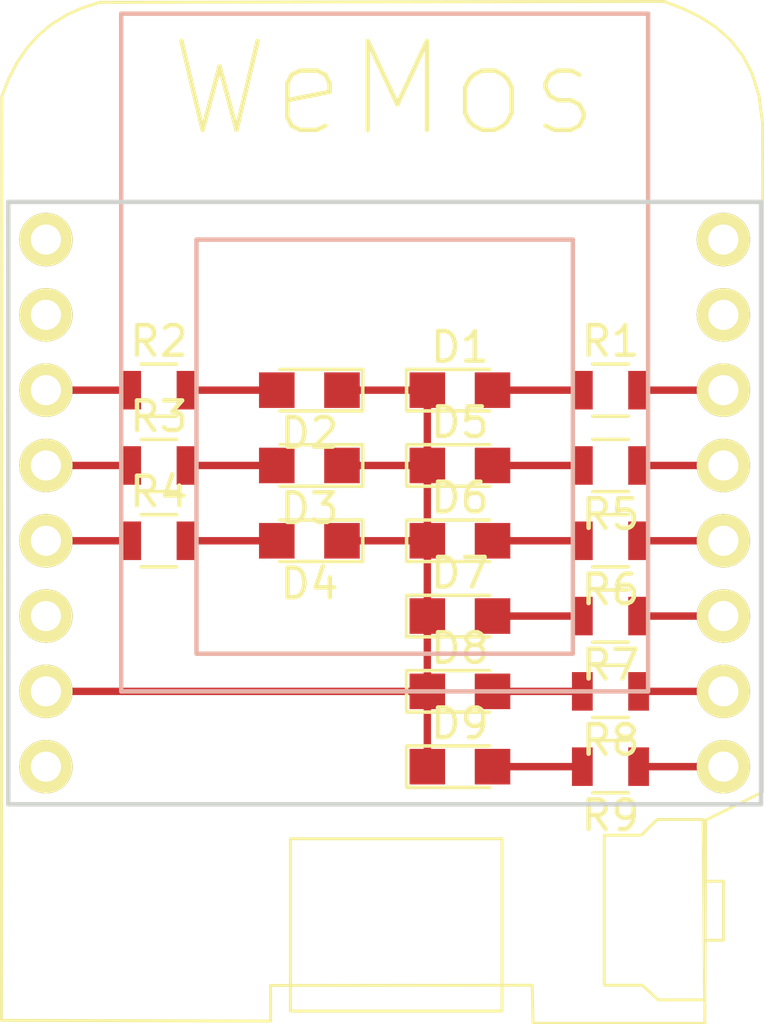
<source format=kicad_pcb>
(kicad_pcb (version 20170123) (host pcbnew no-vcs-found-996bcdf~58~ubuntu16.04.1)

  (general
    (links 27)
    (no_connects 0)
    (area 33.809806 28.2525 60.016027 68.1625)
    (thickness 1.6)
    (drawings 4)
    (tracks 27)
    (zones 0)
    (modules 19)
    (nets 26)
  )

  (page A4)
  (layers
    (0 F.Cu signal)
    (31 B.Cu signal hide)
    (32 B.Adhes user hide)
    (33 F.Adhes user hide)
    (34 B.Paste user hide)
    (35 F.Paste user hide)
    (36 B.SilkS user hide)
    (37 F.SilkS user hide)
    (38 B.Mask user hide)
    (39 F.Mask user hide)
    (40 Dwgs.User user hide)
    (41 Cmts.User user hide)
    (42 Eco1.User user hide)
    (43 Eco2.User user hide)
    (44 Edge.Cuts user hide)
    (45 Margin user hide)
    (46 B.CrtYd user hide)
    (47 F.CrtYd user hide)
    (48 B.Fab user hide)
    (49 F.Fab user hide)
  )

  (setup
    (last_trace_width 0.25)
    (trace_clearance 0.2)
    (zone_clearance 0.508)
    (zone_45_only no)
    (trace_min 0.2)
    (segment_width 0.2)
    (edge_width 0.15)
    (via_size 0.8)
    (via_drill 0.4)
    (via_min_size 0.4)
    (via_min_drill 0.3)
    (uvia_size 0.3)
    (uvia_drill 0.1)
    (uvias_allowed no)
    (uvia_min_size 0.2)
    (uvia_min_drill 0.1)
    (pcb_text_width 0.3)
    (pcb_text_size 1.5 1.5)
    (mod_edge_width 0.15)
    (mod_text_size 1 1)
    (mod_text_width 0.15)
    (pad_size 1.524 1.524)
    (pad_drill 0.762)
    (pad_to_mask_clearance 0.2)
    (aux_axis_origin 0 0)
    (visible_elements FFFFFF7F)
    (pcbplotparams
      (layerselection 0x00030_ffffffff)
      (usegerberextensions false)
      (excludeedgelayer true)
      (linewidth 0.100000)
      (plotframeref false)
      (viasonmask false)
      (mode 1)
      (useauxorigin false)
      (hpglpennumber 1)
      (hpglpenspeed 20)
      (hpglpendiameter 15)
      (psnegative false)
      (psa4output false)
      (plotreference true)
      (plotvalue true)
      (plotinvisibletext false)
      (padsonsilk false)
      (subtractmaskfromsilk false)
      (outputformat 1)
      (mirror false)
      (drillshape 1)
      (scaleselection 1)
      (outputdirectory ""))
  )

  (net 0 "")
  (net 1 /GND)
  (net 2 "Net-(D1-Pad2)")
  (net 3 "Net-(D2-Pad2)")
  (net 4 "Net-(D3-Pad2)")
  (net 5 "Net-(D4-Pad2)")
  (net 6 "Net-(D5-Pad2)")
  (net 7 "Net-(D6-Pad2)")
  (net 8 "Net-(D7-Pad2)")
  (net 9 "Net-(D8-Pad2)")
  (net 10 "Net-(D9-Pad2)")
  (net 11 "Net-(R1-Pad2)")
  (net 12 "Net-(R2-Pad1)")
  (net 13 "Net-(R3-Pad1)")
  (net 14 "Net-(R4-Pad1)")
  (net 15 "Net-(R5-Pad1)")
  (net 16 "Net-(R6-Pad1)")
  (net 17 "Net-(R7-Pad1)")
  (net 18 "Net-(R8-Pad1)")
  (net 19 "Net-(R9-Pad1)")
  (net 20 "Net-(U1-Pad8)")
  (net 21 "Net-(U1-Pad7)")
  (net 22 "Net-(U1-Pad3)")
  (net 23 "Net-(U1-Pad1)")
  (net 24 "Net-(U1-Pad10)")
  (net 25 "Net-(U1-Pad9)")

  (net_class Default "This is the default net class."
    (clearance 0.2)
    (trace_width 0.25)
    (via_dia 0.8)
    (via_drill 0.4)
    (uvia_dia 0.3)
    (uvia_drill 0.1)
    (add_net /GND)
    (add_net "Net-(D1-Pad2)")
    (add_net "Net-(D2-Pad2)")
    (add_net "Net-(D3-Pad2)")
    (add_net "Net-(D4-Pad2)")
    (add_net "Net-(D5-Pad2)")
    (add_net "Net-(D6-Pad2)")
    (add_net "Net-(D7-Pad2)")
    (add_net "Net-(D8-Pad2)")
    (add_net "Net-(D9-Pad2)")
    (add_net "Net-(R1-Pad2)")
    (add_net "Net-(R2-Pad1)")
    (add_net "Net-(R3-Pad1)")
    (add_net "Net-(R4-Pad1)")
    (add_net "Net-(R5-Pad1)")
    (add_net "Net-(R6-Pad1)")
    (add_net "Net-(R7-Pad1)")
    (add_net "Net-(R8-Pad1)")
    (add_net "Net-(R9-Pad1)")
    (add_net "Net-(U1-Pad1)")
    (add_net "Net-(U1-Pad10)")
    (add_net "Net-(U1-Pad3)")
    (add_net "Net-(U1-Pad7)")
    (add_net "Net-(U1-Pad8)")
    (add_net "Net-(U1-Pad9)")
  )

  (module wemos_d1_mini:D1_mini_board (layer F.Cu) (tedit 5766F65E) (tstamp 59484126)
    (at 46.99 48.26)
    (path /5944874C)
    (fp_text reference U1 (at 1.27 18.81) (layer F.SilkS)
      (effects (font (size 1 1) (thickness 0.15)))
    )
    (fp_text value WeMos_mini (at 1.27 -19.05) (layer F.Fab)
      (effects (font (size 1 1) (thickness 0.15)))
    )
    (fp_text user WeMos (at 0 -15.24) (layer F.SilkS)
      (effects (font (size 3 3) (thickness 0.15)))
    )
    (fp_line (start -6.35 3.81) (end -6.35 -10.16) (layer B.SilkS) (width 0.15))
    (fp_line (start -6.35 -10.16) (end 6.35 -10.16) (layer B.SilkS) (width 0.15))
    (fp_line (start 6.35 -10.16) (end 6.35 3.81) (layer B.SilkS) (width 0.15))
    (fp_line (start 6.35 3.81) (end -6.35 3.81) (layer B.SilkS) (width 0.15))
    (fp_line (start -8.89 5.08) (end 8.89 5.08) (layer B.SilkS) (width 0.15))
    (fp_line (start 8.89 5.08) (end 8.89 -17.78) (layer B.SilkS) (width 0.15))
    (fp_line (start 8.89 -17.78) (end -8.89 -17.78) (layer B.SilkS) (width 0.15))
    (fp_line (start -8.89 -17.78) (end -8.89 5.08) (layer B.SilkS) (width 0.15))
    (fp_line (start 10.817472 16.277228) (end 5.00618 16.277228) (layer F.SilkS) (width 0.1))
    (fp_line (start 5.00618 16.277228) (end 4.979849 14.993795) (layer F.SilkS) (width 0.1))
    (fp_line (start 4.979849 14.993795) (end -3.851373 15.000483) (layer F.SilkS) (width 0.1))
    (fp_line (start -3.851373 15.000483) (end -3.849397 16.202736) (layer F.SilkS) (width 0.1))
    (fp_line (start -3.849397 16.202736) (end -12.930193 16.176658) (layer F.SilkS) (width 0.1))
    (fp_line (start -12.930193 16.176658) (end -12.916195 -14.993493) (layer F.SilkS) (width 0.1))
    (fp_line (start -12.916195 -14.993493) (end -12.683384 -15.596286) (layer F.SilkS) (width 0.1))
    (fp_line (start -12.683384 -15.596286) (end -12.399901 -16.141167) (layer F.SilkS) (width 0.1))
    (fp_line (start -12.399901 -16.141167) (end -12.065253 -16.627577) (layer F.SilkS) (width 0.1))
    (fp_line (start -12.065253 -16.627577) (end -11.678953 -17.054952) (layer F.SilkS) (width 0.1))
    (fp_line (start -11.678953 -17.054952) (end -11.240512 -17.422741) (layer F.SilkS) (width 0.1))
    (fp_line (start -11.240512 -17.422741) (end -10.74944 -17.730377) (layer F.SilkS) (width 0.1))
    (fp_line (start -10.74944 -17.730377) (end -10.20525 -17.97731) (layer F.SilkS) (width 0.1))
    (fp_line (start -10.20525 -17.97731) (end -9.607453 -18.162976) (layer F.SilkS) (width 0.1))
    (fp_line (start -9.607453 -18.162976) (end 9.43046 -18.191734) (layer F.SilkS) (width 0.1))
    (fp_line (start 9.43046 -18.191734) (end 10.049824 -17.957741) (layer F.SilkS) (width 0.1))
    (fp_line (start 10.049824 -17.957741) (end 10.638018 -17.673258) (layer F.SilkS) (width 0.1))
    (fp_line (start 10.638018 -17.673258) (end 11.181445 -17.323743) (layer F.SilkS) (width 0.1))
    (fp_line (start 11.181445 -17.323743) (end 11.666503 -16.894658) (layer F.SilkS) (width 0.1))
    (fp_line (start 11.666503 -16.894658) (end 12.079595 -16.37146) (layer F.SilkS) (width 0.1))
    (fp_line (start 12.079595 -16.37146) (end 12.407122 -15.739613) (layer F.SilkS) (width 0.1))
    (fp_line (start 12.407122 -15.739613) (end 12.635482 -14.984575) (layer F.SilkS) (width 0.1))
    (fp_line (start 12.635482 -14.984575) (end 12.751078 -14.091807) (layer F.SilkS) (width 0.1))
    (fp_line (start 12.751078 -14.091807) (end 12.776026 8.463285) (layer F.SilkS) (width 0.1))
    (fp_line (start 12.776026 8.463285) (end 10.83248 9.424181) (layer F.SilkS) (width 0.1))
    (fp_line (start 10.83248 9.424181) (end 10.802686 16.232524) (layer F.SilkS) (width 0.1))
    (fp_line (start -3.17965 10.051451) (end 3.959931 10.051451) (layer F.SilkS) (width 0.1))
    (fp_line (start 3.959931 10.051451) (end 3.959931 15.865188) (layer F.SilkS) (width 0.1))
    (fp_line (start 3.959931 15.865188) (end -3.17965 15.865188) (layer F.SilkS) (width 0.1))
    (fp_line (start -3.17965 15.865188) (end -3.17965 10.051451) (layer F.SilkS) (width 0.1))
    (fp_line (start 10.7436 9.402349) (end 9.191378 9.402349) (layer F.SilkS) (width 0.1))
    (fp_line (start 9.191378 9.402349) (end 8.662211 9.931515) (layer F.SilkS) (width 0.1))
    (fp_line (start 8.662211 9.931515) (end 7.40985 9.931515) (layer F.SilkS) (width 0.1))
    (fp_line (start 7.40985 9.931515) (end 7.40985 14.993876) (layer F.SilkS) (width 0.1))
    (fp_line (start 7.40985 14.993876) (end 8.697489 14.993876) (layer F.SilkS) (width 0.1))
    (fp_line (start 8.697489 14.993876) (end 9.226656 15.487765) (layer F.SilkS) (width 0.1))
    (fp_line (start 9.226656 15.487765) (end 10.796517 15.487765) (layer F.SilkS) (width 0.1))
    (fp_line (start 10.796517 15.487765) (end 10.7436 9.402349) (layer F.SilkS) (width 0.1))
    (fp_line (start 10.778878 11.483738) (end 11.431517 11.483738) (layer F.SilkS) (width 0.1))
    (fp_line (start 11.431517 11.483738) (end 11.431517 13.476932) (layer F.SilkS) (width 0.1))
    (fp_line (start 11.431517 13.476932) (end 10.814156 13.476932) (layer F.SilkS) (width 0.1))
    (pad 8 thru_hole circle (at -11.43 -10.16) (size 1.8 1.8) (drill 1.016) (layers *.Cu *.Mask F.SilkS)
      (net 20 "Net-(U1-Pad8)"))
    (pad 7 thru_hole circle (at -11.43 -7.62) (size 1.8 1.8) (drill 1.016) (layers *.Cu *.Mask F.SilkS)
      (net 21 "Net-(U1-Pad7)"))
    (pad 6 thru_hole circle (at -11.43 -5.08) (size 1.8 1.8) (drill 1.016) (layers *.Cu *.Mask F.SilkS)
      (net 12 "Net-(R2-Pad1)"))
    (pad 5 thru_hole circle (at -11.43 -2.54) (size 1.8 1.8) (drill 1.016) (layers *.Cu *.Mask F.SilkS)
      (net 13 "Net-(R3-Pad1)"))
    (pad 4 thru_hole circle (at -11.43 0) (size 1.8 1.8) (drill 1.016) (layers *.Cu *.Mask F.SilkS)
      (net 14 "Net-(R4-Pad1)"))
    (pad 3 thru_hole circle (at -11.43 2.54) (size 1.8 1.8) (drill 1.016) (layers *.Cu *.Mask F.SilkS)
      (net 22 "Net-(U1-Pad3)"))
    (pad 2 thru_hole circle (at -11.43 5.08) (size 1.8 1.8) (drill 1.016) (layers *.Cu *.Mask F.SilkS)
      (net 1 /GND))
    (pad 1 thru_hole circle (at -11.43 7.62) (size 1.8 1.8) (drill 1.016) (layers *.Cu *.Mask F.SilkS)
      (net 23 "Net-(U1-Pad1)"))
    (pad 16 thru_hole circle (at 11.43 7.62) (size 1.8 1.8) (drill 1.016) (layers *.Cu *.Mask F.SilkS)
      (net 19 "Net-(R9-Pad1)"))
    (pad 15 thru_hole circle (at 11.43 5.08) (size 1.8 1.8) (drill 1.016) (layers *.Cu *.Mask F.SilkS)
      (net 18 "Net-(R8-Pad1)"))
    (pad 14 thru_hole circle (at 11.43 2.54) (size 1.8 1.8) (drill 1.016) (layers *.Cu *.Mask F.SilkS)
      (net 17 "Net-(R7-Pad1)"))
    (pad 13 thru_hole circle (at 11.43 0) (size 1.8 1.8) (drill 1.016) (layers *.Cu *.Mask F.SilkS)
      (net 16 "Net-(R6-Pad1)"))
    (pad 12 thru_hole circle (at 11.43 -2.54) (size 1.8 1.8) (drill 1.016) (layers *.Cu *.Mask F.SilkS)
      (net 15 "Net-(R5-Pad1)"))
    (pad 11 thru_hole circle (at 11.43 -5.08) (size 1.8 1.8) (drill 1.016) (layers *.Cu *.Mask F.SilkS)
      (net 11 "Net-(R1-Pad2)"))
    (pad 10 thru_hole circle (at 11.43 -7.62) (size 1.8 1.8) (drill 1.016) (layers *.Cu *.Mask F.SilkS)
      (net 24 "Net-(U1-Pad10)"))
    (pad 9 thru_hole circle (at 11.43 -10.16) (size 1.8 1.8) (drill 1.016) (layers *.Cu *.Mask F.SilkS)
      (net 25 "Net-(U1-Pad9)"))
  )

  (module LEDs:LED_0805 (layer F.Cu) (tedit 57FE93EC) (tstamp 59483F9F)
    (at 49.53 43.18)
    (descr "LED 0805 smd package")
    (tags "LED led 0805 SMD smd SMT smt smdled SMDLED smtled SMTLED")
    (path /59448B6E)
    (attr smd)
    (fp_text reference D1 (at 0 -1.45) (layer F.SilkS)
      (effects (font (size 1 1) (thickness 0.15)))
    )
    (fp_text value LED (at 0 1.55) (layer F.Fab)
      (effects (font (size 1 1) (thickness 0.15)))
    )
    (fp_line (start -1.95 -0.85) (end 1.95 -0.85) (layer F.CrtYd) (width 0.05))
    (fp_line (start -1.95 0.85) (end -1.95 -0.85) (layer F.CrtYd) (width 0.05))
    (fp_line (start 1.95 0.85) (end -1.95 0.85) (layer F.CrtYd) (width 0.05))
    (fp_line (start 1.95 -0.85) (end 1.95 0.85) (layer F.CrtYd) (width 0.05))
    (fp_line (start -1.8 -0.7) (end 1 -0.7) (layer F.SilkS) (width 0.12))
    (fp_line (start -1.8 0.7) (end 1 0.7) (layer F.SilkS) (width 0.12))
    (fp_line (start -1 0.6) (end -1 -0.6) (layer F.Fab) (width 0.1))
    (fp_line (start -1 -0.6) (end 1 -0.6) (layer F.Fab) (width 0.1))
    (fp_line (start 1 -0.6) (end 1 0.6) (layer F.Fab) (width 0.1))
    (fp_line (start 1 0.6) (end -1 0.6) (layer F.Fab) (width 0.1))
    (fp_line (start 0.2 -0.4) (end 0.2 0.4) (layer F.Fab) (width 0.1))
    (fp_line (start 0.2 0.4) (end -0.4 0) (layer F.Fab) (width 0.1))
    (fp_line (start -0.4 0) (end 0.2 -0.4) (layer F.Fab) (width 0.1))
    (fp_line (start -0.4 -0.4) (end -0.4 0.4) (layer F.Fab) (width 0.1))
    (fp_line (start -1.8 -0.7) (end -1.8 0.7) (layer F.SilkS) (width 0.12))
    (pad 1 smd rect (at -1.1 0 180) (size 1.2 1.2) (layers F.Cu F.Paste F.Mask)
      (net 1 /GND))
    (pad 2 smd rect (at 1.1 0 180) (size 1.2 1.2) (layers F.Cu F.Paste F.Mask)
      (net 2 "Net-(D1-Pad2)"))
    (model LEDs.3dshapes/LED_0805.wrl
      (at (xyz 0 0 0))
      (scale (xyz 1 1 1))
      (rotate (xyz 0 0 180))
    )
  )

  (module LEDs:LED_0805 (layer F.Cu) (tedit 57FE93EC) (tstamp 59483FB4)
    (at 44.45 43.18 180)
    (descr "LED 0805 smd package")
    (tags "LED led 0805 SMD smd SMT smt smdled SMDLED smtled SMTLED")
    (path /59448C4F)
    (attr smd)
    (fp_text reference D2 (at 0 -1.45 180) (layer F.SilkS)
      (effects (font (size 1 1) (thickness 0.15)))
    )
    (fp_text value LED (at 0 1.55 180) (layer F.Fab)
      (effects (font (size 1 1) (thickness 0.15)))
    )
    (fp_line (start -1.8 -0.7) (end -1.8 0.7) (layer F.SilkS) (width 0.12))
    (fp_line (start -0.4 -0.4) (end -0.4 0.4) (layer F.Fab) (width 0.1))
    (fp_line (start -0.4 0) (end 0.2 -0.4) (layer F.Fab) (width 0.1))
    (fp_line (start 0.2 0.4) (end -0.4 0) (layer F.Fab) (width 0.1))
    (fp_line (start 0.2 -0.4) (end 0.2 0.4) (layer F.Fab) (width 0.1))
    (fp_line (start 1 0.6) (end -1 0.6) (layer F.Fab) (width 0.1))
    (fp_line (start 1 -0.6) (end 1 0.6) (layer F.Fab) (width 0.1))
    (fp_line (start -1 -0.6) (end 1 -0.6) (layer F.Fab) (width 0.1))
    (fp_line (start -1 0.6) (end -1 -0.6) (layer F.Fab) (width 0.1))
    (fp_line (start -1.8 0.7) (end 1 0.7) (layer F.SilkS) (width 0.12))
    (fp_line (start -1.8 -0.7) (end 1 -0.7) (layer F.SilkS) (width 0.12))
    (fp_line (start 1.95 -0.85) (end 1.95 0.85) (layer F.CrtYd) (width 0.05))
    (fp_line (start 1.95 0.85) (end -1.95 0.85) (layer F.CrtYd) (width 0.05))
    (fp_line (start -1.95 0.85) (end -1.95 -0.85) (layer F.CrtYd) (width 0.05))
    (fp_line (start -1.95 -0.85) (end 1.95 -0.85) (layer F.CrtYd) (width 0.05))
    (pad 2 smd rect (at 1.1 0) (size 1.2 1.2) (layers F.Cu F.Paste F.Mask)
      (net 3 "Net-(D2-Pad2)"))
    (pad 1 smd rect (at -1.1 0) (size 1.2 1.2) (layers F.Cu F.Paste F.Mask)
      (net 1 /GND))
    (model LEDs.3dshapes/LED_0805.wrl
      (at (xyz 0 0 0))
      (scale (xyz 1 1 1))
      (rotate (xyz 0 0 180))
    )
  )

  (module LEDs:LED_0805 (layer F.Cu) (tedit 57FE93EC) (tstamp 59483FC9)
    (at 44.45 45.72 180)
    (descr "LED 0805 smd package")
    (tags "LED led 0805 SMD smd SMT smt smdled SMDLED smtled SMTLED")
    (path /59448C9A)
    (attr smd)
    (fp_text reference D3 (at 0 -1.45 180) (layer F.SilkS)
      (effects (font (size 1 1) (thickness 0.15)))
    )
    (fp_text value LED (at 0 1.55 180) (layer F.Fab)
      (effects (font (size 1 1) (thickness 0.15)))
    )
    (fp_line (start -1.95 -0.85) (end 1.95 -0.85) (layer F.CrtYd) (width 0.05))
    (fp_line (start -1.95 0.85) (end -1.95 -0.85) (layer F.CrtYd) (width 0.05))
    (fp_line (start 1.95 0.85) (end -1.95 0.85) (layer F.CrtYd) (width 0.05))
    (fp_line (start 1.95 -0.85) (end 1.95 0.85) (layer F.CrtYd) (width 0.05))
    (fp_line (start -1.8 -0.7) (end 1 -0.7) (layer F.SilkS) (width 0.12))
    (fp_line (start -1.8 0.7) (end 1 0.7) (layer F.SilkS) (width 0.12))
    (fp_line (start -1 0.6) (end -1 -0.6) (layer F.Fab) (width 0.1))
    (fp_line (start -1 -0.6) (end 1 -0.6) (layer F.Fab) (width 0.1))
    (fp_line (start 1 -0.6) (end 1 0.6) (layer F.Fab) (width 0.1))
    (fp_line (start 1 0.6) (end -1 0.6) (layer F.Fab) (width 0.1))
    (fp_line (start 0.2 -0.4) (end 0.2 0.4) (layer F.Fab) (width 0.1))
    (fp_line (start 0.2 0.4) (end -0.4 0) (layer F.Fab) (width 0.1))
    (fp_line (start -0.4 0) (end 0.2 -0.4) (layer F.Fab) (width 0.1))
    (fp_line (start -0.4 -0.4) (end -0.4 0.4) (layer F.Fab) (width 0.1))
    (fp_line (start -1.8 -0.7) (end -1.8 0.7) (layer F.SilkS) (width 0.12))
    (pad 1 smd rect (at -1.1 0) (size 1.2 1.2) (layers F.Cu F.Paste F.Mask)
      (net 1 /GND))
    (pad 2 smd rect (at 1.1 0) (size 1.2 1.2) (layers F.Cu F.Paste F.Mask)
      (net 4 "Net-(D3-Pad2)"))
    (model LEDs.3dshapes/LED_0805.wrl
      (at (xyz 0 0 0))
      (scale (xyz 1 1 1))
      (rotate (xyz 0 0 180))
    )
  )

  (module LEDs:LED_0805 (layer F.Cu) (tedit 57FE93EC) (tstamp 59483FDE)
    (at 44.45 48.26 180)
    (descr "LED 0805 smd package")
    (tags "LED led 0805 SMD smd SMT smt smdled SMDLED smtled SMTLED")
    (path /59448CC5)
    (attr smd)
    (fp_text reference D4 (at 0 -1.45 180) (layer F.SilkS)
      (effects (font (size 1 1) (thickness 0.15)))
    )
    (fp_text value LED (at 0 1.55 180) (layer F.Fab)
      (effects (font (size 1 1) (thickness 0.15)))
    )
    (fp_line (start -1.8 -0.7) (end -1.8 0.7) (layer F.SilkS) (width 0.12))
    (fp_line (start -0.4 -0.4) (end -0.4 0.4) (layer F.Fab) (width 0.1))
    (fp_line (start -0.4 0) (end 0.2 -0.4) (layer F.Fab) (width 0.1))
    (fp_line (start 0.2 0.4) (end -0.4 0) (layer F.Fab) (width 0.1))
    (fp_line (start 0.2 -0.4) (end 0.2 0.4) (layer F.Fab) (width 0.1))
    (fp_line (start 1 0.6) (end -1 0.6) (layer F.Fab) (width 0.1))
    (fp_line (start 1 -0.6) (end 1 0.6) (layer F.Fab) (width 0.1))
    (fp_line (start -1 -0.6) (end 1 -0.6) (layer F.Fab) (width 0.1))
    (fp_line (start -1 0.6) (end -1 -0.6) (layer F.Fab) (width 0.1))
    (fp_line (start -1.8 0.7) (end 1 0.7) (layer F.SilkS) (width 0.12))
    (fp_line (start -1.8 -0.7) (end 1 -0.7) (layer F.SilkS) (width 0.12))
    (fp_line (start 1.95 -0.85) (end 1.95 0.85) (layer F.CrtYd) (width 0.05))
    (fp_line (start 1.95 0.85) (end -1.95 0.85) (layer F.CrtYd) (width 0.05))
    (fp_line (start -1.95 0.85) (end -1.95 -0.85) (layer F.CrtYd) (width 0.05))
    (fp_line (start -1.95 -0.85) (end 1.95 -0.85) (layer F.CrtYd) (width 0.05))
    (pad 2 smd rect (at 1.1 0) (size 1.2 1.2) (layers F.Cu F.Paste F.Mask)
      (net 5 "Net-(D4-Pad2)"))
    (pad 1 smd rect (at -1.1 0) (size 1.2 1.2) (layers F.Cu F.Paste F.Mask)
      (net 1 /GND))
    (model LEDs.3dshapes/LED_0805.wrl
      (at (xyz 0 0 0))
      (scale (xyz 1 1 1))
      (rotate (xyz 0 0 180))
    )
  )

  (module LEDs:LED_0805 (layer F.Cu) (tedit 57FE93EC) (tstamp 59483FF3)
    (at 49.53 45.72)
    (descr "LED 0805 smd package")
    (tags "LED led 0805 SMD smd SMT smt smdled SMDLED smtled SMTLED")
    (path /59448CFA)
    (attr smd)
    (fp_text reference D5 (at 0 -1.45) (layer F.SilkS)
      (effects (font (size 1 1) (thickness 0.15)))
    )
    (fp_text value LED (at 0 1.55) (layer F.Fab)
      (effects (font (size 1 1) (thickness 0.15)))
    )
    (fp_line (start -1.95 -0.85) (end 1.95 -0.85) (layer F.CrtYd) (width 0.05))
    (fp_line (start -1.95 0.85) (end -1.95 -0.85) (layer F.CrtYd) (width 0.05))
    (fp_line (start 1.95 0.85) (end -1.95 0.85) (layer F.CrtYd) (width 0.05))
    (fp_line (start 1.95 -0.85) (end 1.95 0.85) (layer F.CrtYd) (width 0.05))
    (fp_line (start -1.8 -0.7) (end 1 -0.7) (layer F.SilkS) (width 0.12))
    (fp_line (start -1.8 0.7) (end 1 0.7) (layer F.SilkS) (width 0.12))
    (fp_line (start -1 0.6) (end -1 -0.6) (layer F.Fab) (width 0.1))
    (fp_line (start -1 -0.6) (end 1 -0.6) (layer F.Fab) (width 0.1))
    (fp_line (start 1 -0.6) (end 1 0.6) (layer F.Fab) (width 0.1))
    (fp_line (start 1 0.6) (end -1 0.6) (layer F.Fab) (width 0.1))
    (fp_line (start 0.2 -0.4) (end 0.2 0.4) (layer F.Fab) (width 0.1))
    (fp_line (start 0.2 0.4) (end -0.4 0) (layer F.Fab) (width 0.1))
    (fp_line (start -0.4 0) (end 0.2 -0.4) (layer F.Fab) (width 0.1))
    (fp_line (start -0.4 -0.4) (end -0.4 0.4) (layer F.Fab) (width 0.1))
    (fp_line (start -1.8 -0.7) (end -1.8 0.7) (layer F.SilkS) (width 0.12))
    (pad 1 smd rect (at -1.1 0 180) (size 1.2 1.2) (layers F.Cu F.Paste F.Mask)
      (net 1 /GND))
    (pad 2 smd rect (at 1.1 0 180) (size 1.2 1.2) (layers F.Cu F.Paste F.Mask)
      (net 6 "Net-(D5-Pad2)"))
    (model LEDs.3dshapes/LED_0805.wrl
      (at (xyz 0 0 0))
      (scale (xyz 1 1 1))
      (rotate (xyz 0 0 180))
    )
  )

  (module LEDs:LED_0805 (layer F.Cu) (tedit 57FE93EC) (tstamp 59484008)
    (at 49.53 48.26)
    (descr "LED 0805 smd package")
    (tags "LED led 0805 SMD smd SMT smt smdled SMDLED smtled SMTLED")
    (path /59448D29)
    (attr smd)
    (fp_text reference D6 (at 0 -1.45) (layer F.SilkS)
      (effects (font (size 1 1) (thickness 0.15)))
    )
    (fp_text value LED (at 0 1.55) (layer F.Fab)
      (effects (font (size 1 1) (thickness 0.15)))
    )
    (fp_line (start -1.8 -0.7) (end -1.8 0.7) (layer F.SilkS) (width 0.12))
    (fp_line (start -0.4 -0.4) (end -0.4 0.4) (layer F.Fab) (width 0.1))
    (fp_line (start -0.4 0) (end 0.2 -0.4) (layer F.Fab) (width 0.1))
    (fp_line (start 0.2 0.4) (end -0.4 0) (layer F.Fab) (width 0.1))
    (fp_line (start 0.2 -0.4) (end 0.2 0.4) (layer F.Fab) (width 0.1))
    (fp_line (start 1 0.6) (end -1 0.6) (layer F.Fab) (width 0.1))
    (fp_line (start 1 -0.6) (end 1 0.6) (layer F.Fab) (width 0.1))
    (fp_line (start -1 -0.6) (end 1 -0.6) (layer F.Fab) (width 0.1))
    (fp_line (start -1 0.6) (end -1 -0.6) (layer F.Fab) (width 0.1))
    (fp_line (start -1.8 0.7) (end 1 0.7) (layer F.SilkS) (width 0.12))
    (fp_line (start -1.8 -0.7) (end 1 -0.7) (layer F.SilkS) (width 0.12))
    (fp_line (start 1.95 -0.85) (end 1.95 0.85) (layer F.CrtYd) (width 0.05))
    (fp_line (start 1.95 0.85) (end -1.95 0.85) (layer F.CrtYd) (width 0.05))
    (fp_line (start -1.95 0.85) (end -1.95 -0.85) (layer F.CrtYd) (width 0.05))
    (fp_line (start -1.95 -0.85) (end 1.95 -0.85) (layer F.CrtYd) (width 0.05))
    (pad 2 smd rect (at 1.1 0 180) (size 1.2 1.2) (layers F.Cu F.Paste F.Mask)
      (net 7 "Net-(D6-Pad2)"))
    (pad 1 smd rect (at -1.1 0 180) (size 1.2 1.2) (layers F.Cu F.Paste F.Mask)
      (net 1 /GND))
    (model LEDs.3dshapes/LED_0805.wrl
      (at (xyz 0 0 0))
      (scale (xyz 1 1 1))
      (rotate (xyz 0 0 180))
    )
  )

  (module LEDs:LED_0805 (layer F.Cu) (tedit 57FE93EC) (tstamp 5948401D)
    (at 49.53 50.8)
    (descr "LED 0805 smd package")
    (tags "LED led 0805 SMD smd SMT smt smdled SMDLED smtled SMTLED")
    (path /59448D5A)
    (attr smd)
    (fp_text reference D7 (at 0 -1.45) (layer F.SilkS)
      (effects (font (size 1 1) (thickness 0.15)))
    )
    (fp_text value LED (at 0 1.55) (layer F.Fab)
      (effects (font (size 1 1) (thickness 0.15)))
    )
    (fp_line (start -1.95 -0.85) (end 1.95 -0.85) (layer F.CrtYd) (width 0.05))
    (fp_line (start -1.95 0.85) (end -1.95 -0.85) (layer F.CrtYd) (width 0.05))
    (fp_line (start 1.95 0.85) (end -1.95 0.85) (layer F.CrtYd) (width 0.05))
    (fp_line (start 1.95 -0.85) (end 1.95 0.85) (layer F.CrtYd) (width 0.05))
    (fp_line (start -1.8 -0.7) (end 1 -0.7) (layer F.SilkS) (width 0.12))
    (fp_line (start -1.8 0.7) (end 1 0.7) (layer F.SilkS) (width 0.12))
    (fp_line (start -1 0.6) (end -1 -0.6) (layer F.Fab) (width 0.1))
    (fp_line (start -1 -0.6) (end 1 -0.6) (layer F.Fab) (width 0.1))
    (fp_line (start 1 -0.6) (end 1 0.6) (layer F.Fab) (width 0.1))
    (fp_line (start 1 0.6) (end -1 0.6) (layer F.Fab) (width 0.1))
    (fp_line (start 0.2 -0.4) (end 0.2 0.4) (layer F.Fab) (width 0.1))
    (fp_line (start 0.2 0.4) (end -0.4 0) (layer F.Fab) (width 0.1))
    (fp_line (start -0.4 0) (end 0.2 -0.4) (layer F.Fab) (width 0.1))
    (fp_line (start -0.4 -0.4) (end -0.4 0.4) (layer F.Fab) (width 0.1))
    (fp_line (start -1.8 -0.7) (end -1.8 0.7) (layer F.SilkS) (width 0.12))
    (pad 1 smd rect (at -1.1 0 180) (size 1.2 1.2) (layers F.Cu F.Paste F.Mask)
      (net 1 /GND))
    (pad 2 smd rect (at 1.1 0 180) (size 1.2 1.2) (layers F.Cu F.Paste F.Mask)
      (net 8 "Net-(D7-Pad2)"))
    (model LEDs.3dshapes/LED_0805.wrl
      (at (xyz 0 0 0))
      (scale (xyz 1 1 1))
      (rotate (xyz 0 0 180))
    )
  )

  (module LEDs:LED_0805 (layer F.Cu) (tedit 57FE93EC) (tstamp 59484032)
    (at 49.53 53.34)
    (descr "LED 0805 smd package")
    (tags "LED led 0805 SMD smd SMT smt smdled SMDLED smtled SMTLED")
    (path /59448D8D)
    (attr smd)
    (fp_text reference D8 (at 0 -1.45) (layer F.SilkS)
      (effects (font (size 1 1) (thickness 0.15)))
    )
    (fp_text value LED (at 0 1.55) (layer F.Fab)
      (effects (font (size 1 1) (thickness 0.15)))
    )
    (fp_line (start -1.8 -0.7) (end -1.8 0.7) (layer F.SilkS) (width 0.12))
    (fp_line (start -0.4 -0.4) (end -0.4 0.4) (layer F.Fab) (width 0.1))
    (fp_line (start -0.4 0) (end 0.2 -0.4) (layer F.Fab) (width 0.1))
    (fp_line (start 0.2 0.4) (end -0.4 0) (layer F.Fab) (width 0.1))
    (fp_line (start 0.2 -0.4) (end 0.2 0.4) (layer F.Fab) (width 0.1))
    (fp_line (start 1 0.6) (end -1 0.6) (layer F.Fab) (width 0.1))
    (fp_line (start 1 -0.6) (end 1 0.6) (layer F.Fab) (width 0.1))
    (fp_line (start -1 -0.6) (end 1 -0.6) (layer F.Fab) (width 0.1))
    (fp_line (start -1 0.6) (end -1 -0.6) (layer F.Fab) (width 0.1))
    (fp_line (start -1.8 0.7) (end 1 0.7) (layer F.SilkS) (width 0.12))
    (fp_line (start -1.8 -0.7) (end 1 -0.7) (layer F.SilkS) (width 0.12))
    (fp_line (start 1.95 -0.85) (end 1.95 0.85) (layer F.CrtYd) (width 0.05))
    (fp_line (start 1.95 0.85) (end -1.95 0.85) (layer F.CrtYd) (width 0.05))
    (fp_line (start -1.95 0.85) (end -1.95 -0.85) (layer F.CrtYd) (width 0.05))
    (fp_line (start -1.95 -0.85) (end 1.95 -0.85) (layer F.CrtYd) (width 0.05))
    (pad 2 smd rect (at 1.1 0 180) (size 1.2 1.2) (layers F.Cu F.Paste F.Mask)
      (net 9 "Net-(D8-Pad2)"))
    (pad 1 smd rect (at -1.1 0 180) (size 1.2 1.2) (layers F.Cu F.Paste F.Mask)
      (net 1 /GND))
    (model LEDs.3dshapes/LED_0805.wrl
      (at (xyz 0 0 0))
      (scale (xyz 1 1 1))
      (rotate (xyz 0 0 180))
    )
  )

  (module LEDs:LED_0805 (layer F.Cu) (tedit 57FE93EC) (tstamp 59484047)
    (at 49.53 55.88)
    (descr "LED 0805 smd package")
    (tags "LED led 0805 SMD smd SMT smt smdled SMDLED smtled SMTLED")
    (path /5944A070)
    (attr smd)
    (fp_text reference D9 (at 0 -1.45) (layer F.SilkS)
      (effects (font (size 1 1) (thickness 0.15)))
    )
    (fp_text value LED (at 0 1.55) (layer F.Fab)
      (effects (font (size 1 1) (thickness 0.15)))
    )
    (fp_line (start -1.95 -0.85) (end 1.95 -0.85) (layer F.CrtYd) (width 0.05))
    (fp_line (start -1.95 0.85) (end -1.95 -0.85) (layer F.CrtYd) (width 0.05))
    (fp_line (start 1.95 0.85) (end -1.95 0.85) (layer F.CrtYd) (width 0.05))
    (fp_line (start 1.95 -0.85) (end 1.95 0.85) (layer F.CrtYd) (width 0.05))
    (fp_line (start -1.8 -0.7) (end 1 -0.7) (layer F.SilkS) (width 0.12))
    (fp_line (start -1.8 0.7) (end 1 0.7) (layer F.SilkS) (width 0.12))
    (fp_line (start -1 0.6) (end -1 -0.6) (layer F.Fab) (width 0.1))
    (fp_line (start -1 -0.6) (end 1 -0.6) (layer F.Fab) (width 0.1))
    (fp_line (start 1 -0.6) (end 1 0.6) (layer F.Fab) (width 0.1))
    (fp_line (start 1 0.6) (end -1 0.6) (layer F.Fab) (width 0.1))
    (fp_line (start 0.2 -0.4) (end 0.2 0.4) (layer F.Fab) (width 0.1))
    (fp_line (start 0.2 0.4) (end -0.4 0) (layer F.Fab) (width 0.1))
    (fp_line (start -0.4 0) (end 0.2 -0.4) (layer F.Fab) (width 0.1))
    (fp_line (start -0.4 -0.4) (end -0.4 0.4) (layer F.Fab) (width 0.1))
    (fp_line (start -1.8 -0.7) (end -1.8 0.7) (layer F.SilkS) (width 0.12))
    (pad 1 smd rect (at -1.1 0 180) (size 1.2 1.2) (layers F.Cu F.Paste F.Mask)
      (net 1 /GND))
    (pad 2 smd rect (at 1.1 0 180) (size 1.2 1.2) (layers F.Cu F.Paste F.Mask)
      (net 10 "Net-(D9-Pad2)"))
    (model LEDs.3dshapes/LED_0805.wrl
      (at (xyz 0 0 0))
      (scale (xyz 1 1 1))
      (rotate (xyz 0 0 180))
    )
  )

  (module Resistors_SMD:R_0805 (layer F.Cu) (tedit 58E0A804) (tstamp 59484058)
    (at 54.61 43.18)
    (descr "Resistor SMD 0805, reflow soldering, Vishay (see dcrcw.pdf)")
    (tags "resistor 0805")
    (path /59448853)
    (attr smd)
    (fp_text reference R1 (at 0 -1.65) (layer F.SilkS)
      (effects (font (size 1 1) (thickness 0.15)))
    )
    (fp_text value 300 (at 0 1.75) (layer F.Fab)
      (effects (font (size 1 1) (thickness 0.15)))
    )
    (fp_line (start 1.55 0.9) (end -1.55 0.9) (layer F.CrtYd) (width 0.05))
    (fp_line (start 1.55 0.9) (end 1.55 -0.9) (layer F.CrtYd) (width 0.05))
    (fp_line (start -1.55 -0.9) (end -1.55 0.9) (layer F.CrtYd) (width 0.05))
    (fp_line (start -1.55 -0.9) (end 1.55 -0.9) (layer F.CrtYd) (width 0.05))
    (fp_line (start -0.6 -0.88) (end 0.6 -0.88) (layer F.SilkS) (width 0.12))
    (fp_line (start 0.6 0.88) (end -0.6 0.88) (layer F.SilkS) (width 0.12))
    (fp_line (start -1 -0.62) (end 1 -0.62) (layer F.Fab) (width 0.1))
    (fp_line (start 1 -0.62) (end 1 0.62) (layer F.Fab) (width 0.1))
    (fp_line (start 1 0.62) (end -1 0.62) (layer F.Fab) (width 0.1))
    (fp_line (start -1 0.62) (end -1 -0.62) (layer F.Fab) (width 0.1))
    (fp_text user %R (at 0 0) (layer F.Fab)
      (effects (font (size 0.5 0.5) (thickness 0.075)))
    )
    (pad 2 smd rect (at 0.95 0) (size 0.7 1.3) (layers F.Cu F.Paste F.Mask)
      (net 11 "Net-(R1-Pad2)"))
    (pad 1 smd rect (at -0.95 0) (size 0.7 1.3) (layers F.Cu F.Paste F.Mask)
      (net 2 "Net-(D1-Pad2)"))
    (model ${KISYS3DMOD}/Resistors_SMD.3dshapes/R_0805.wrl
      (at (xyz 0 0 0))
      (scale (xyz 1 1 1))
      (rotate (xyz 0 0 0))
    )
  )

  (module Resistors_SMD:R_0805 (layer F.Cu) (tedit 58E0A804) (tstamp 59484069)
    (at 39.37 43.18)
    (descr "Resistor SMD 0805, reflow soldering, Vishay (see dcrcw.pdf)")
    (tags "resistor 0805")
    (path /594488B9)
    (attr smd)
    (fp_text reference R2 (at 0 -1.65) (layer F.SilkS)
      (effects (font (size 1 1) (thickness 0.15)))
    )
    (fp_text value 300 (at 0 1.75) (layer F.Fab)
      (effects (font (size 1 1) (thickness 0.15)))
    )
    (fp_text user %R (at 0 0) (layer F.Fab)
      (effects (font (size 0.5 0.5) (thickness 0.075)))
    )
    (fp_line (start -1 0.62) (end -1 -0.62) (layer F.Fab) (width 0.1))
    (fp_line (start 1 0.62) (end -1 0.62) (layer F.Fab) (width 0.1))
    (fp_line (start 1 -0.62) (end 1 0.62) (layer F.Fab) (width 0.1))
    (fp_line (start -1 -0.62) (end 1 -0.62) (layer F.Fab) (width 0.1))
    (fp_line (start 0.6 0.88) (end -0.6 0.88) (layer F.SilkS) (width 0.12))
    (fp_line (start -0.6 -0.88) (end 0.6 -0.88) (layer F.SilkS) (width 0.12))
    (fp_line (start -1.55 -0.9) (end 1.55 -0.9) (layer F.CrtYd) (width 0.05))
    (fp_line (start -1.55 -0.9) (end -1.55 0.9) (layer F.CrtYd) (width 0.05))
    (fp_line (start 1.55 0.9) (end 1.55 -0.9) (layer F.CrtYd) (width 0.05))
    (fp_line (start 1.55 0.9) (end -1.55 0.9) (layer F.CrtYd) (width 0.05))
    (pad 1 smd rect (at -0.95 0) (size 0.7 1.3) (layers F.Cu F.Paste F.Mask)
      (net 12 "Net-(R2-Pad1)"))
    (pad 2 smd rect (at 0.95 0) (size 0.7 1.3) (layers F.Cu F.Paste F.Mask)
      (net 3 "Net-(D2-Pad2)"))
    (model ${KISYS3DMOD}/Resistors_SMD.3dshapes/R_0805.wrl
      (at (xyz 0 0 0))
      (scale (xyz 1 1 1))
      (rotate (xyz 0 0 0))
    )
  )

  (module Resistors_SMD:R_0805 (layer F.Cu) (tedit 58E0A804) (tstamp 5948407A)
    (at 39.37 45.72)
    (descr "Resistor SMD 0805, reflow soldering, Vishay (see dcrcw.pdf)")
    (tags "resistor 0805")
    (path /59448905)
    (attr smd)
    (fp_text reference R3 (at 0 -1.65) (layer F.SilkS)
      (effects (font (size 1 1) (thickness 0.15)))
    )
    (fp_text value 300 (at 0 1.75) (layer F.Fab)
      (effects (font (size 1 1) (thickness 0.15)))
    )
    (fp_line (start 1.55 0.9) (end -1.55 0.9) (layer F.CrtYd) (width 0.05))
    (fp_line (start 1.55 0.9) (end 1.55 -0.9) (layer F.CrtYd) (width 0.05))
    (fp_line (start -1.55 -0.9) (end -1.55 0.9) (layer F.CrtYd) (width 0.05))
    (fp_line (start -1.55 -0.9) (end 1.55 -0.9) (layer F.CrtYd) (width 0.05))
    (fp_line (start -0.6 -0.88) (end 0.6 -0.88) (layer F.SilkS) (width 0.12))
    (fp_line (start 0.6 0.88) (end -0.6 0.88) (layer F.SilkS) (width 0.12))
    (fp_line (start -1 -0.62) (end 1 -0.62) (layer F.Fab) (width 0.1))
    (fp_line (start 1 -0.62) (end 1 0.62) (layer F.Fab) (width 0.1))
    (fp_line (start 1 0.62) (end -1 0.62) (layer F.Fab) (width 0.1))
    (fp_line (start -1 0.62) (end -1 -0.62) (layer F.Fab) (width 0.1))
    (fp_text user %R (at 0 0) (layer F.Fab)
      (effects (font (size 0.5 0.5) (thickness 0.075)))
    )
    (pad 2 smd rect (at 0.95 0) (size 0.7 1.3) (layers F.Cu F.Paste F.Mask)
      (net 4 "Net-(D3-Pad2)"))
    (pad 1 smd rect (at -0.95 0) (size 0.7 1.3) (layers F.Cu F.Paste F.Mask)
      (net 13 "Net-(R3-Pad1)"))
    (model ${KISYS3DMOD}/Resistors_SMD.3dshapes/R_0805.wrl
      (at (xyz 0 0 0))
      (scale (xyz 1 1 1))
      (rotate (xyz 0 0 0))
    )
  )

  (module Resistors_SMD:R_0805 (layer F.Cu) (tedit 58E0A804) (tstamp 5948408B)
    (at 39.37 48.26)
    (descr "Resistor SMD 0805, reflow soldering, Vishay (see dcrcw.pdf)")
    (tags "resistor 0805")
    (path /59448927)
    (attr smd)
    (fp_text reference R4 (at 0 -1.65) (layer F.SilkS)
      (effects (font (size 1 1) (thickness 0.15)))
    )
    (fp_text value 300 (at 0 1.75) (layer F.Fab)
      (effects (font (size 1 1) (thickness 0.15)))
    )
    (fp_text user %R (at 0 0) (layer F.Fab)
      (effects (font (size 0.5 0.5) (thickness 0.075)))
    )
    (fp_line (start -1 0.62) (end -1 -0.62) (layer F.Fab) (width 0.1))
    (fp_line (start 1 0.62) (end -1 0.62) (layer F.Fab) (width 0.1))
    (fp_line (start 1 -0.62) (end 1 0.62) (layer F.Fab) (width 0.1))
    (fp_line (start -1 -0.62) (end 1 -0.62) (layer F.Fab) (width 0.1))
    (fp_line (start 0.6 0.88) (end -0.6 0.88) (layer F.SilkS) (width 0.12))
    (fp_line (start -0.6 -0.88) (end 0.6 -0.88) (layer F.SilkS) (width 0.12))
    (fp_line (start -1.55 -0.9) (end 1.55 -0.9) (layer F.CrtYd) (width 0.05))
    (fp_line (start -1.55 -0.9) (end -1.55 0.9) (layer F.CrtYd) (width 0.05))
    (fp_line (start 1.55 0.9) (end 1.55 -0.9) (layer F.CrtYd) (width 0.05))
    (fp_line (start 1.55 0.9) (end -1.55 0.9) (layer F.CrtYd) (width 0.05))
    (pad 1 smd rect (at -0.95 0) (size 0.7 1.3) (layers F.Cu F.Paste F.Mask)
      (net 14 "Net-(R4-Pad1)"))
    (pad 2 smd rect (at 0.95 0) (size 0.7 1.3) (layers F.Cu F.Paste F.Mask)
      (net 5 "Net-(D4-Pad2)"))
    (model ${KISYS3DMOD}/Resistors_SMD.3dshapes/R_0805.wrl
      (at (xyz 0 0 0))
      (scale (xyz 1 1 1))
      (rotate (xyz 0 0 0))
    )
  )

  (module Resistors_SMD:R_0805 (layer F.Cu) (tedit 58E0A804) (tstamp 5948409C)
    (at 54.61 45.72 180)
    (descr "Resistor SMD 0805, reflow soldering, Vishay (see dcrcw.pdf)")
    (tags "resistor 0805")
    (path /5944894B)
    (attr smd)
    (fp_text reference R5 (at 0 -1.65 180) (layer F.SilkS)
      (effects (font (size 1 1) (thickness 0.15)))
    )
    (fp_text value 300 (at 0 1.75 180) (layer F.Fab)
      (effects (font (size 1 1) (thickness 0.15)))
    )
    (fp_line (start 1.55 0.9) (end -1.55 0.9) (layer F.CrtYd) (width 0.05))
    (fp_line (start 1.55 0.9) (end 1.55 -0.9) (layer F.CrtYd) (width 0.05))
    (fp_line (start -1.55 -0.9) (end -1.55 0.9) (layer F.CrtYd) (width 0.05))
    (fp_line (start -1.55 -0.9) (end 1.55 -0.9) (layer F.CrtYd) (width 0.05))
    (fp_line (start -0.6 -0.88) (end 0.6 -0.88) (layer F.SilkS) (width 0.12))
    (fp_line (start 0.6 0.88) (end -0.6 0.88) (layer F.SilkS) (width 0.12))
    (fp_line (start -1 -0.62) (end 1 -0.62) (layer F.Fab) (width 0.1))
    (fp_line (start 1 -0.62) (end 1 0.62) (layer F.Fab) (width 0.1))
    (fp_line (start 1 0.62) (end -1 0.62) (layer F.Fab) (width 0.1))
    (fp_line (start -1 0.62) (end -1 -0.62) (layer F.Fab) (width 0.1))
    (fp_text user %R (at 0 0 180) (layer F.Fab)
      (effects (font (size 0.5 0.5) (thickness 0.075)))
    )
    (pad 2 smd rect (at 0.95 0 180) (size 0.7 1.3) (layers F.Cu F.Paste F.Mask)
      (net 6 "Net-(D5-Pad2)"))
    (pad 1 smd rect (at -0.95 0 180) (size 0.7 1.3) (layers F.Cu F.Paste F.Mask)
      (net 15 "Net-(R5-Pad1)"))
    (model ${KISYS3DMOD}/Resistors_SMD.3dshapes/R_0805.wrl
      (at (xyz 0 0 0))
      (scale (xyz 1 1 1))
      (rotate (xyz 0 0 0))
    )
  )

  (module Resistors_SMD:R_0805 (layer F.Cu) (tedit 58E0A804) (tstamp 594840AD)
    (at 54.61 48.26 180)
    (descr "Resistor SMD 0805, reflow soldering, Vishay (see dcrcw.pdf)")
    (tags "resistor 0805")
    (path /59448979)
    (attr smd)
    (fp_text reference R6 (at 0 -1.65 180) (layer F.SilkS)
      (effects (font (size 1 1) (thickness 0.15)))
    )
    (fp_text value 300 (at 0 1.75 180) (layer F.Fab)
      (effects (font (size 1 1) (thickness 0.15)))
    )
    (fp_text user %R (at 0 0 180) (layer F.Fab)
      (effects (font (size 0.5 0.5) (thickness 0.075)))
    )
    (fp_line (start -1 0.62) (end -1 -0.62) (layer F.Fab) (width 0.1))
    (fp_line (start 1 0.62) (end -1 0.62) (layer F.Fab) (width 0.1))
    (fp_line (start 1 -0.62) (end 1 0.62) (layer F.Fab) (width 0.1))
    (fp_line (start -1 -0.62) (end 1 -0.62) (layer F.Fab) (width 0.1))
    (fp_line (start 0.6 0.88) (end -0.6 0.88) (layer F.SilkS) (width 0.12))
    (fp_line (start -0.6 -0.88) (end 0.6 -0.88) (layer F.SilkS) (width 0.12))
    (fp_line (start -1.55 -0.9) (end 1.55 -0.9) (layer F.CrtYd) (width 0.05))
    (fp_line (start -1.55 -0.9) (end -1.55 0.9) (layer F.CrtYd) (width 0.05))
    (fp_line (start 1.55 0.9) (end 1.55 -0.9) (layer F.CrtYd) (width 0.05))
    (fp_line (start 1.55 0.9) (end -1.55 0.9) (layer F.CrtYd) (width 0.05))
    (pad 1 smd rect (at -0.95 0 180) (size 0.7 1.3) (layers F.Cu F.Paste F.Mask)
      (net 16 "Net-(R6-Pad1)"))
    (pad 2 smd rect (at 0.95 0 180) (size 0.7 1.3) (layers F.Cu F.Paste F.Mask)
      (net 7 "Net-(D6-Pad2)"))
    (model ${KISYS3DMOD}/Resistors_SMD.3dshapes/R_0805.wrl
      (at (xyz 0 0 0))
      (scale (xyz 1 1 1))
      (rotate (xyz 0 0 0))
    )
  )

  (module Resistors_SMD:R_0805 (layer F.Cu) (tedit 58E0A804) (tstamp 594840BE)
    (at 54.61 50.8 180)
    (descr "Resistor SMD 0805, reflow soldering, Vishay (see dcrcw.pdf)")
    (tags "resistor 0805")
    (path /594489A3)
    (attr smd)
    (fp_text reference R7 (at 0 -1.65 180) (layer F.SilkS)
      (effects (font (size 1 1) (thickness 0.15)))
    )
    (fp_text value 300 (at 0 1.75 180) (layer F.Fab)
      (effects (font (size 1 1) (thickness 0.15)))
    )
    (fp_line (start 1.55 0.9) (end -1.55 0.9) (layer F.CrtYd) (width 0.05))
    (fp_line (start 1.55 0.9) (end 1.55 -0.9) (layer F.CrtYd) (width 0.05))
    (fp_line (start -1.55 -0.9) (end -1.55 0.9) (layer F.CrtYd) (width 0.05))
    (fp_line (start -1.55 -0.9) (end 1.55 -0.9) (layer F.CrtYd) (width 0.05))
    (fp_line (start -0.6 -0.88) (end 0.6 -0.88) (layer F.SilkS) (width 0.12))
    (fp_line (start 0.6 0.88) (end -0.6 0.88) (layer F.SilkS) (width 0.12))
    (fp_line (start -1 -0.62) (end 1 -0.62) (layer F.Fab) (width 0.1))
    (fp_line (start 1 -0.62) (end 1 0.62) (layer F.Fab) (width 0.1))
    (fp_line (start 1 0.62) (end -1 0.62) (layer F.Fab) (width 0.1))
    (fp_line (start -1 0.62) (end -1 -0.62) (layer F.Fab) (width 0.1))
    (fp_text user %R (at 0 0 180) (layer F.Fab)
      (effects (font (size 0.5 0.5) (thickness 0.075)))
    )
    (pad 2 smd rect (at 0.95 0 180) (size 0.7 1.3) (layers F.Cu F.Paste F.Mask)
      (net 8 "Net-(D7-Pad2)"))
    (pad 1 smd rect (at -0.95 0 180) (size 0.7 1.3) (layers F.Cu F.Paste F.Mask)
      (net 17 "Net-(R7-Pad1)"))
    (model ${KISYS3DMOD}/Resistors_SMD.3dshapes/R_0805.wrl
      (at (xyz 0 0 0))
      (scale (xyz 1 1 1))
      (rotate (xyz 0 0 0))
    )
  )

  (module Resistors_SMD:R_0805 (layer F.Cu) (tedit 58E0A804) (tstamp 594840CF)
    (at 54.61 53.34 180)
    (descr "Resistor SMD 0805, reflow soldering, Vishay (see dcrcw.pdf)")
    (tags "resistor 0805")
    (path /594489CF)
    (attr smd)
    (fp_text reference R8 (at 0 -1.65 180) (layer F.SilkS)
      (effects (font (size 1 1) (thickness 0.15)))
    )
    (fp_text value 300 (at 0 1.75 180) (layer F.Fab)
      (effects (font (size 1 1) (thickness 0.15)))
    )
    (fp_text user %R (at 0 0 180) (layer F.Fab)
      (effects (font (size 0.5 0.5) (thickness 0.075)))
    )
    (fp_line (start -1 0.62) (end -1 -0.62) (layer F.Fab) (width 0.1))
    (fp_line (start 1 0.62) (end -1 0.62) (layer F.Fab) (width 0.1))
    (fp_line (start 1 -0.62) (end 1 0.62) (layer F.Fab) (width 0.1))
    (fp_line (start -1 -0.62) (end 1 -0.62) (layer F.Fab) (width 0.1))
    (fp_line (start 0.6 0.88) (end -0.6 0.88) (layer F.SilkS) (width 0.12))
    (fp_line (start -0.6 -0.88) (end 0.6 -0.88) (layer F.SilkS) (width 0.12))
    (fp_line (start -1.55 -0.9) (end 1.55 -0.9) (layer F.CrtYd) (width 0.05))
    (fp_line (start -1.55 -0.9) (end -1.55 0.9) (layer F.CrtYd) (width 0.05))
    (fp_line (start 1.55 0.9) (end 1.55 -0.9) (layer F.CrtYd) (width 0.05))
    (fp_line (start 1.55 0.9) (end -1.55 0.9) (layer F.CrtYd) (width 0.05))
    (pad 1 smd rect (at -0.95 0 180) (size 0.7 1.3) (layers F.Cu F.Paste F.Mask)
      (net 18 "Net-(R8-Pad1)"))
    (pad 2 smd rect (at 0.95 0 180) (size 0.7 1.3) (layers F.Cu F.Paste F.Mask)
      (net 9 "Net-(D8-Pad2)"))
    (model ${KISYS3DMOD}/Resistors_SMD.3dshapes/R_0805.wrl
      (at (xyz 0 0 0))
      (scale (xyz 1 1 1))
      (rotate (xyz 0 0 0))
    )
  )

  (module Resistors_SMD:R_0805 (layer F.Cu) (tedit 58E0A804) (tstamp 594840E0)
    (at 54.61 55.88 180)
    (descr "Resistor SMD 0805, reflow soldering, Vishay (see dcrcw.pdf)")
    (tags "resistor 0805")
    (path /5944A036)
    (attr smd)
    (fp_text reference R9 (at 0 -1.65 180) (layer F.SilkS)
      (effects (font (size 1 1) (thickness 0.15)))
    )
    (fp_text value 300 (at 0 1.75 180) (layer F.Fab)
      (effects (font (size 1 1) (thickness 0.15)))
    )
    (fp_line (start 1.55 0.9) (end -1.55 0.9) (layer F.CrtYd) (width 0.05))
    (fp_line (start 1.55 0.9) (end 1.55 -0.9) (layer F.CrtYd) (width 0.05))
    (fp_line (start -1.55 -0.9) (end -1.55 0.9) (layer F.CrtYd) (width 0.05))
    (fp_line (start -1.55 -0.9) (end 1.55 -0.9) (layer F.CrtYd) (width 0.05))
    (fp_line (start -0.6 -0.88) (end 0.6 -0.88) (layer F.SilkS) (width 0.12))
    (fp_line (start 0.6 0.88) (end -0.6 0.88) (layer F.SilkS) (width 0.12))
    (fp_line (start -1 -0.62) (end 1 -0.62) (layer F.Fab) (width 0.1))
    (fp_line (start 1 -0.62) (end 1 0.62) (layer F.Fab) (width 0.1))
    (fp_line (start 1 0.62) (end -1 0.62) (layer F.Fab) (width 0.1))
    (fp_line (start -1 0.62) (end -1 -0.62) (layer F.Fab) (width 0.1))
    (fp_text user %R (at 0 0 180) (layer F.Fab)
      (effects (font (size 0.5 0.5) (thickness 0.075)))
    )
    (pad 2 smd rect (at 0.95 0 180) (size 0.7 1.3) (layers F.Cu F.Paste F.Mask)
      (net 10 "Net-(D9-Pad2)"))
    (pad 1 smd rect (at -0.95 0 180) (size 0.7 1.3) (layers F.Cu F.Paste F.Mask)
      (net 19 "Net-(R9-Pad1)"))
    (model ${KISYS3DMOD}/Resistors_SMD.3dshapes/R_0805.wrl
      (at (xyz 0 0 0))
      (scale (xyz 1 1 1))
      (rotate (xyz 0 0 0))
    )
  )

  (gr_line (start 59.69 57.15) (end 59.69 36.83) (angle 90) (layer Edge.Cuts) (width 0.15))
  (gr_line (start 34.29 57.15) (end 59.69 57.15) (angle 90) (layer Edge.Cuts) (width 0.15))
  (gr_line (start 34.29 36.83) (end 34.29 57.15) (angle 90) (layer Edge.Cuts) (width 0.15))
  (gr_line (start 59.69 36.83) (end 34.29 36.83) (angle 90) (layer Edge.Cuts) (width 0.15))

  (segment (start 48.43 43.18) (end 48.43 45.72) (width 0.25) (layer F.Cu) (net 1) (status C00000))
  (segment (start 48.43 45.72) (end 48.43 48.26) (width 0.25) (layer F.Cu) (net 1) (status C00000))
  (segment (start 48.43 55.88) (end 48.43 53.34) (width 0.25) (layer F.Cu) (net 1))
  (segment (start 48.43 53.34) (end 35.56 53.34) (width 0.25) (layer F.Cu) (net 1))
  (segment (start 48.43 50.8) (end 48.43 53.34) (width 0.25) (layer F.Cu) (net 1))
  (segment (start 48.43 48.26) (end 48.43 50.8) (width 0.25) (layer F.Cu) (net 1))
  (segment (start 45.55 48.26) (end 48.43 48.26) (width 0.25) (layer F.Cu) (net 1))
  (segment (start 45.55 45.72) (end 48.43 45.72) (width 0.25) (layer F.Cu) (net 1))
  (segment (start 45.55 43.18) (end 48.43 43.18) (width 0.25) (layer F.Cu) (net 1))
  (segment (start 50.63 43.18) (end 53.66 43.18) (width 0.25) (layer F.Cu) (net 2))
  (segment (start 40.32 43.18) (end 43.35 43.18) (width 0.25) (layer F.Cu) (net 3))
  (segment (start 40.32 45.72) (end 43.35 45.72) (width 0.25) (layer F.Cu) (net 4))
  (segment (start 40.32 48.26) (end 43.35 48.26) (width 0.25) (layer F.Cu) (net 5))
  (segment (start 50.63 45.72) (end 53.66 45.72) (width 0.25) (layer F.Cu) (net 6))
  (segment (start 50.63 48.26) (end 53.66 48.26) (width 0.25) (layer F.Cu) (net 7))
  (segment (start 50.63 50.8) (end 53.66 50.8) (width 0.25) (layer F.Cu) (net 8))
  (segment (start 50.63 53.34) (end 53.66 53.34) (width 0.25) (layer F.Cu) (net 9))
  (segment (start 50.63 55.88) (end 53.66 55.88) (width 0.25) (layer F.Cu) (net 10))
  (segment (start 58.42 43.18) (end 55.56 43.18) (width 0.25) (layer F.Cu) (net 11))
  (segment (start 35.56 43.18) (end 38.42 43.18) (width 0.25) (layer F.Cu) (net 12))
  (segment (start 35.56 45.72) (end 38.42 45.72) (width 0.25) (layer F.Cu) (net 13))
  (segment (start 35.56 48.26) (end 38.42 48.26) (width 0.25) (layer F.Cu) (net 14))
  (segment (start 58.42 45.72) (end 55.56 45.72) (width 0.25) (layer F.Cu) (net 15))
  (segment (start 58.42 48.26) (end 55.56 48.26) (width 0.25) (layer F.Cu) (net 16))
  (segment (start 58.42 50.8) (end 55.56 50.8) (width 0.25) (layer F.Cu) (net 17))
  (segment (start 58.42 53.34) (end 55.56 53.34) (width 0.25) (layer F.Cu) (net 18))
  (segment (start 58.42 55.88) (end 55.56 55.88) (width 0.25) (layer F.Cu) (net 19))

)

</source>
